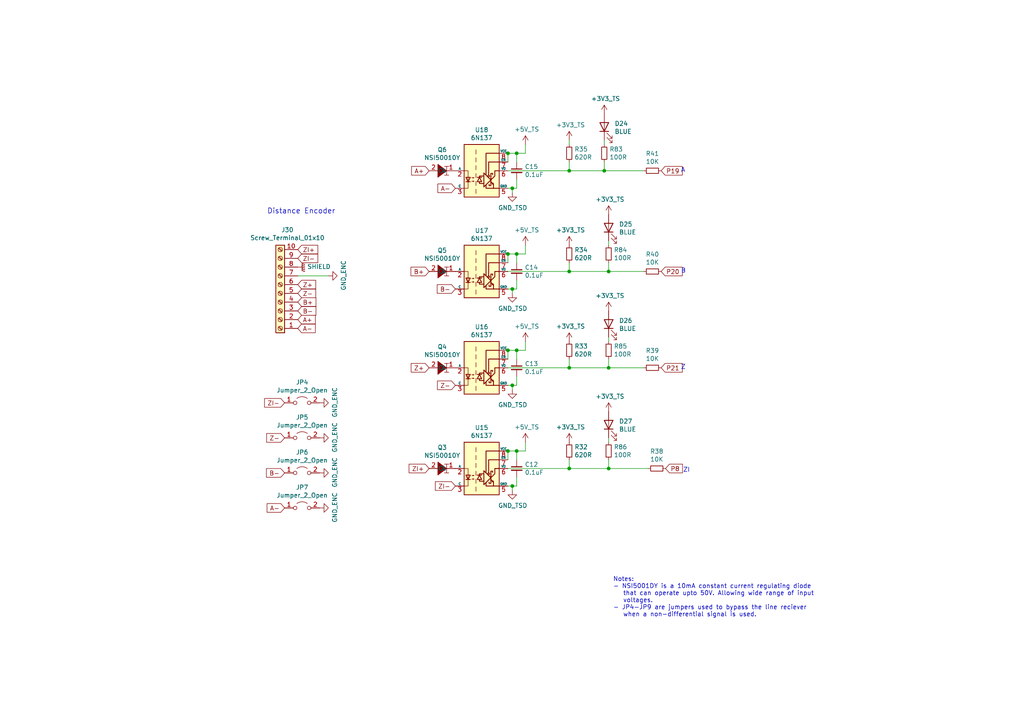
<source format=kicad_sch>
(kicad_sch (version 20211123) (generator eeschema)
  (paper "A4")
  (title_block (title "Tensile Board") (date "2021-02-23") (rev "1"))
  (lib_symbols
    (symbol "Connector:Screw_Terminal_01x10" (pin_names (offset 1.016) hide)
      (property "Reference" "J" (at 0 12.7 0))
      (property "Value" "Screw_Terminal_01x10" (at 0 -15.24 0))
      (symbol "Screw_Terminal_01x10_1_1"
        (rectangle (start -1.27 11.43) (end 1.27 -13.97) (stroke (width 0.254)) (fill (type background)))
        (circle (center 0 -12.7) (radius 0.635) (stroke (width 0.1524)))
        (circle (center 0 -10.16) (radius 0.635) (stroke (width 0.1524)))
        (circle (center 0 -7.62) (radius 0.635) (stroke (width 0.1524)))
        (circle (center 0 -5.08) (radius 0.635) (stroke (width 0.1524)))
        (circle (center 0 -2.54) (radius 0.635) (stroke (width 0.1524)))
        (polyline (pts (xy -0.5334 -12.3698) (xy 0.3302 -13.208)) (stroke (width 0.1524)))
        (polyline (pts (xy -0.5334 -9.8298) (xy 0.3302 -10.668)) (stroke (width 0.1524)))
        (polyline (pts (xy -0.5334 -7.2898) (xy 0.3302 -8.128)) (stroke (width 0.1524)))
        (polyline (pts (xy -0.5334 -4.7498) (xy 0.3302 -5.588)) (stroke (width 0.1524)))
        (polyline (pts (xy -0.5334 -2.2098) (xy 0.3302 -3.048)) (stroke (width 0.1524)))
        (polyline (pts (xy -0.5334 0.3302) (xy 0.3302 -0.508)) (stroke (width 0.1524)))
        (polyline (pts (xy -0.5334 2.8702) (xy 0.3302 2.032)) (stroke (width 0.1524)))
        (polyline (pts (xy -0.5334 5.4102) (xy 0.3302 4.572)) (stroke (width 0.1524)))
        (polyline (pts (xy -0.5334 7.9502) (xy 0.3302 7.112)) (stroke (width 0.1524)))
        (polyline (pts (xy -0.5334 10.4902) (xy 0.3302 9.652)) (stroke (width 0.1524)))
        (polyline (pts (xy -0.3556 -12.192) (xy 0.508 -13.0302)) (stroke (width 0.1524)))
        (polyline (pts (xy -0.3556 -9.652) (xy 0.508 -10.4902)) (stroke (width 0.1524)))
        (polyline (pts (xy -0.3556 -7.112) (xy 0.508 -7.9502)) (stroke (width 0.1524)))
        (polyline (pts (xy -0.3556 -4.572) (xy 0.508 -5.4102)) (stroke (width 0.1524)))
        (polyline (pts (xy -0.3556 -2.032) (xy 0.508 -2.8702)) (stroke (width 0.1524)))
        (polyline (pts (xy -0.3556 0.508) (xy 0.508 -0.3302)) (stroke (width 0.1524)))
        (polyline (pts (xy -0.3556 3.048) (xy 0.508 2.2098)) (stroke (width 0.1524)))
        (polyline (pts (xy -0.3556 5.588) (xy 0.508 4.7498)) (stroke (width 0.1524)))
        (polyline (pts (xy -0.3556 8.128) (xy 0.508 7.2898)) (stroke (width 0.1524)))
        (polyline (pts (xy -0.3556 10.668) (xy 0.508 9.8298)) (stroke (width 0.1524)))
        (circle (center 0 0) (radius 0.635) (stroke (width 0.1524)))
        (circle (center 0 2.54) (radius 0.635) (stroke (width 0.1524)))
        (circle (center 0 5.08) (radius 0.635) (stroke (width 0.1524)))
        (circle (center 0 7.62) (radius 0.635) (stroke (width 0.1524)))
        (circle (center 0 10.16) (radius 0.635) (stroke (width 0.1524)))
        (pin passive line (at -5.08 10.16 0) (length 3.81) (name "Pin_1") (number "1"))
        (pin passive line (at -5.08 -12.7 0) (length 3.81) (name "Pin_10") (number "10"))
        (pin passive line (at -5.08 7.62 0) (length 3.81) (name "Pin_2") (number "2"))
        (pin passive line (at -5.08 5.08 0) (length 3.81) (name "Pin_3") (number "3"))
        (pin passive line (at -5.08 2.54 0) (length 3.81) (name "Pin_4") (number "4"))
        (pin passive line (at -5.08 0 0) (length 3.81) (name "Pin_5") (number "5"))
        (pin passive line (at -5.08 -2.54 0) (length 3.81) (name "Pin_6") (number "6"))
        (pin passive line (at -5.08 -5.08 0) (length 3.81) (name "Pin_7") (number "7"))
        (pin passive line (at -5.08 -7.62 0) (length 3.81) (name "Pin_8") (number "8"))
        (pin passive line (at -5.08 -10.16 0) (length 3.81) (name "Pin_9") (number "9"))
      )
    )
    (symbol "Device:C_Small" (pin_numbers hide) (pin_names (offset 0.254) hide)
      (property "Reference" "C" (at 0.254 1.778 0))
      (property "Value" "C_Small" (at 0.254 -2.032 0))
      (symbol "C_Small_0_1"
        (polyline (pts (xy -1.524 -0.508) (xy 1.524 -0.508)) (stroke (width 0.3302)))
        (polyline (pts (xy -1.524 0.508) (xy 1.524 0.508)) (stroke (width 0.3048)))
      )
      (symbol "C_Small_1_1"
        (pin passive line (at 0 2.54 270) (length 2.032) (name "~") (number "1"))
        (pin passive line (at 0 -2.54 90) (length 2.032) (name "~") (number "2"))
      )
    )
    (symbol "Device:LED" (pin_numbers hide) (pin_names (offset 1.016) hide)
      (property "Reference" "D" (at 0 2.54 0))
      (property "Value" "LED" (at 0 -2.54 0))
      (symbol "LED_0_1"
        (polyline (pts (xy -1.27 -1.27) (xy -1.27 1.27)) (stroke (width 0.254)))
        (polyline (pts (xy -1.27 0) (xy 1.27 0)))
        (polyline (pts (xy 1.27 -1.27) (xy 1.27 1.27) (xy -1.27 0) (xy 1.27 -1.27)) (stroke (width 0.254)))
        (polyline (pts (xy -3.048 -0.762) (xy -4.572 -2.286) (xy -3.81 -2.286) (xy -4.572 -2.286) (xy -4.572 -1.524)))
        (polyline (pts (xy -1.778 -0.762) (xy -3.302 -2.286) (xy -2.54 -2.286) (xy -3.302 -2.286) (xy -3.302 -1.524)))
      )
      (symbol "LED_1_1"
        (pin passive line (at -3.81 0 0) (length 2.54) (name "K") (number "1"))
        (pin passive line (at 3.81 0 180) (length 2.54) (name "A") (number "2"))
      )
    )
    (symbol "Device:R_Small" (pin_numbers hide) (pin_names (offset 0.254) hide)
      (property "Reference" "R" (at 0.762 0.508 0))
      (property "Value" "R_Small" (at 0.762 -1.016 0))
      (symbol "R_Small_0_1"
        (rectangle (start -0.762 1.778) (end 0.762 -1.778) (stroke (width 0.2032)))
      )
      (symbol "R_Small_1_1"
        (pin passive line (at 0 2.54 270) (length 0.762) (name "~") (number "1"))
        (pin passive line (at 0 -2.54 90) (length 0.762) (name "~") (number "2"))
      )
    )
    (symbol "Isolator:6N137" (pin_names (offset 0))
      (property "Reference" "U" (at -4.064 8.89 0))
      (property "Value" "6N137" (at 0 -8.89 0))
      (symbol "6N137_0_1"
        (polyline (pts (xy 2.667 -3.556) (xy 2.667 -1.651)) (stroke (width 0.254)))
        (polyline (pts (xy 2.667 -2.159) (xy 2.667 -2.921)) (stroke (width 0.254)))
        (polyline (pts (xy 3.429 -3.937) (xy 3.429 -5.08)) (stroke (width 0.254)))
        (polyline (pts (xy -0.635 -3.302) (xy -0.635 -3.683) (xy 0.635 -3.683)) (stroke (width 0.254)))
        (polyline (pts (xy -0.635 -1.905) (xy -0.635 -1.524) (xy 0.508 -1.524)) (stroke (width 0.254)))
        (polyline (pts (xy 1.27 -4.064) (xy 1.27 -5.08) (xy 5.08 -5.08)) (stroke (width 0.254)))
        (polyline (pts (xy 1.27 -1.27) (xy 1.27 5.08) (xy 5.08 5.08)) (stroke (width 0.254)))
        (polyline (pts (xy 2.032 -1.27) (xy 2.032 2.54) (xy 5.08 2.54)) (stroke (width 0.254)))
        (polyline (pts (xy -5.08 -5.08) (xy -3.937 -5.08) (xy -3.937 0) (xy -5.08 0)))
        (polyline (pts (xy 2.667 -3.302) (xy 2.667 -4.318) (xy 2.159 -4.318) (xy 2.159 -3.937)) (stroke (width 0.254)))
        (polyline (pts (xy 2.667 -2.667) (xy 0.635 -4.699) (xy 0.635 -0.635) (xy 2.667 -2.667)) (stroke (width 0.254)))
        (polyline (pts (xy 2.667 -1.778) (xy 2.667 -0.762) (xy 3.175 -0.762) (xy 3.175 -1.143)) (stroke (width 0.254)))
        (polyline (pts (xy 2.794 -2.54) (xy 3.81 -1.524) (xy 3.81 0) (xy 5.08 0)) (stroke (width 0.254)))
        (polyline (pts (xy 2.667 -3.175) (xy 3.429 -3.937) (xy 3.302 -3.556) (xy 3.048 -3.81) (xy 3.429 -3.937)) (stroke (width 0.254)))
        (circle (center 2.032 -1.524) (radius 0.254) (stroke (width 0.254)))
      )
      (symbol "6N137_1_1"
        (rectangle (start -5.08 7.62) (end 5.08 -7.62) (stroke (width 0.254)) (fill (type background)))
        (polyline (pts (xy -4.572 -3.175) (xy -3.302 -3.175)) (stroke (width 0.254)))
        (polyline (pts (xy -1.651 -5.334) (xy -1.651 -6.604)))
        (polyline (pts (xy -1.651 -3.048) (xy -1.651 -4.318)))
        (polyline (pts (xy -1.651 -0.762) (xy -1.651 -2.032)))
        (polyline (pts (xy -1.651 1.524) (xy -1.651 0.254)))
        (polyline (pts (xy -1.651 3.81) (xy -1.651 2.54)))
        (polyline (pts (xy -1.651 6.096) (xy -1.651 4.826)))
        (polyline (pts (xy -1.27 -1.905) (xy 0 -1.905)) (stroke (width 0.254)))
        (polyline (pts (xy -3.937 -3.175) (xy -4.572 -1.905) (xy -3.302 -1.905) (xy -3.937 -3.175)) (stroke (width 0.254)))
        (polyline (pts (xy -0.635 -1.905) (xy -1.27 -3.175) (xy 0 -3.175) (xy -0.635 -1.905)) (stroke (width 0.254)))
        (polyline (pts (xy -2.921 -3.048) (xy -2.159 -3.048) (xy -2.54 -3.175) (xy -2.54 -2.921) (xy -2.159 -3.048)) (stroke (width 0.127)))
        (polyline (pts (xy -2.921 -2.032) (xy -2.159 -2.032) (xy -2.54 -2.159) (xy -2.54 -1.905) (xy -2.159 -2.032)) (stroke (width 0.127)))
        (pin no_connect line (at -5.08 5.08 0) (length 2.54) hide (name "NC") (number "1"))
        (pin passive line (at -7.62 0 0) (length 2.54) (name "A") (number "2"))
        (pin passive line (at -7.62 -5.08 0) (length 2.54) (name "C") (number "3"))
        (pin power_in line (at 7.62 -5.08 180) (length 2.54) (name "GND") (number "5"))
        (pin open_collector line (at 7.62 0 180) (length 2.54) (name "VO") (number "6"))
        (pin input line (at 7.62 2.54 180) (length 2.54) (name "EN") (number "7"))
        (pin power_in line (at 7.62 5.08 180) (length 2.54) (name "VCC") (number "8"))
      )
    )
    (symbol "Jumper:Jumper_2_Open" (pin_names (offset 0) hide)
      (property "Reference" "JP" (at 0 2.794 0))
      (property "Value" "Jumper_2_Open" (at 0 -2.286 0))
      (symbol "Jumper_2_Open_0_0"
        (circle (center -2.032 0) (radius 0.508))
        (circle (center 2.032 0) (radius 0.508))
      )
      (symbol "Jumper_2_Open_0_1"
        (arc (start 1.524 1.27) (mid 0 1.778) (end -1.524 1.27))
      )
      (symbol "Jumper_2_Open_1_1"
        (pin passive line (at -5.08 0 0) (length 2.54) (name "A") (number "1"))
        (pin passive line (at 5.08 0 180) (length 2.54) (name "B") (number "2"))
      )
    )
    (symbol "Tensile_Board:+3.3V_TS" (power) (pin_names (offset 0))
      (property "Value" "+3.3V_TS" (at 0 3.556 0))
      (symbol "+3.3V_TS_0_1"
        (polyline (pts (xy -0.762 1.27) (xy 0 2.54)))
        (polyline (pts (xy 0 0) (xy 0 2.54)))
        (polyline (pts (xy 0 2.54) (xy 0.762 1.27)))
      )
      (symbol "+3.3V_TS_1_1"
        (pin power_in line (at 0 0 90) (length 0) hide (name "+3V3_TS") (number "1"))
      )
    )
    (symbol "Tensile_Board:+5V_TS" (power) (pin_names (offset 0))
      (property "Value" "+5V_TS" (at 0 3.556 0))
      (symbol "+5V_TS_0_1"
        (polyline (pts (xy -0.762 1.27) (xy 0 2.54)))
        (polyline (pts (xy 0 0) (xy 0 2.54)))
        (polyline (pts (xy 0 2.54) (xy 0.762 1.27)))
      )
      (symbol "+5V_TS_1_1"
        (pin power_in line (at 0 0 90) (length 0) hide (name "+5V_TS") (number "1"))
      )
    )
    (symbol "Tensile_Board:GND_ENC" (power) (pin_names (offset 0))
      (property "Value" "GND_ENC" (at 0 -3.81 0))
      (symbol "GND_ENC_0_1"
        (polyline (pts (xy 0 0) (xy 0 -1.27) (xy 1.27 -1.27) (xy 0 -2.54) (xy -1.27 -1.27) (xy 0 -1.27)))
      )
      (symbol "GND_ENC_1_1"
        (pin power_in line (at 0 0 270) (length 0) hide (name "GND_ENC") (number "1"))
      )
    )
    (symbol "Tensile_Board:GND_TSD" (power) (pin_names (offset 0))
      (property "Value" "GND_TSD" (at 0 -3.81 0))
      (symbol "GND_TSD_0_1"
        (polyline (pts (xy 0 0) (xy 0 -1.27) (xy 1.27 -1.27) (xy 0 -2.54) (xy -1.27 -1.27) (xy 0 -1.27)))
      )
      (symbol "GND_TSD_1_1"
        (pin power_in line (at 0 0 270) (length 0) hide (name "GND_TSD") (number "1"))
      )
    )
    (symbol "Tensile_Board:NSI50010Y" (pin_names (offset 1.016))
      (property "Reference" "Q" (at 0.635 3.175 0))
      (property "Value" "NSI50010Y" (at 1.27 -3.175 0))
      (symbol "NSI50010Y_0_1"
        (polyline (pts (xy 1.905 1.27) (xy 3.175 1.27)))
        (polyline (pts (xy 2.54 1.27) (xy 2.54 -1.27) (xy 1.905 -1.27) (xy 3.175 -1.27)))
        (polyline (pts (xy 0 0) (xy 0 1.905) (xy 2.54 0) (xy 0 -1.905) (xy 0 0)) (fill (type outline)))
      )
      (symbol "NSI50010Y_1_1"
        (pin input line (at 5.08 0 180) (length 2.54) (name "C") (number "1"))
        (pin input line (at -2.54 0 0) (length 2.54) (name "A") (number "2"))
      )
    )
    (symbol "Tensile_Board:SHIELD" (power) (pin_names (offset 0))
      (property "Value" "SHIELD" (at 0 -3.302 0))
      (symbol "SHIELD_0_1"
        (polyline (pts (xy 0 -1.27) (xy 0 0)))
        (polyline (pts (xy -1.016 -1.27) (xy -1.27 -2.032) (xy -1.27 -2.032)) (stroke (width 0.2032)))
        (polyline (pts (xy -0.508 -1.27) (xy -0.762 -2.032) (xy -0.762 -2.032)) (stroke (width 0.2032)))
        (polyline (pts (xy 0 -1.27) (xy -0.254 -2.032) (xy -0.254 -2.032)) (stroke (width 0.2032)))
        (polyline (pts (xy 0.508 -1.27) (xy 0.254 -2.032) (xy 0.254 -2.032)) (stroke (width 0.2032)))
        (polyline (pts (xy 1.016 -1.27) (xy -1.016 -1.27) (xy -1.016 -1.27)) (stroke (width 0.2032)))
        (polyline (pts (xy 1.016 -1.27) (xy 0.762 -2.032) (xy 0.762 -2.032) (xy 0.762 -2.032)) (stroke (width 0.2032)))
      )
      (symbol "SHIELD_1_1"
        (pin power_in line (at 0 0 270) (length 0) hide (name "SHIELD") (number "1"))
      )
    )
  )
  (junction (at 165.1 135.89))
  (junction (at 147.32 73.66))
  (junction (at 176.53 78.74))
  (junction (at 165.1 106.68))
  (junction (at 147.32 101.6))
  (junction (at 165.1 49.53))
  (junction (at 149.86 130.81))
  (junction (at 175.26 49.53))
  (junction (at 149.86 101.6))
  (junction (at 176.53 135.89))
  (junction (at 148.59 54.61))
  (junction (at 147.32 44.45))
  (junction (at 176.53 106.68))
  (junction (at 148.59 83.82))
  (junction (at 147.32 130.81))
  (junction (at 148.59 111.76))
  (junction (at 165.1 78.74))
  (junction (at 149.86 44.45))
  (junction (at 148.59 140.97))
  (junction (at 149.86 73.66))
  (wire (pts (xy 165.1 135.89) (xy 165.1 133.35)))
  (wire (pts (xy 149.86 46.99) (xy 149.86 44.45)))
  (wire (pts (xy 147.32 111.76) (xy 148.59 111.76)))
  (wire (pts (xy 147.32 46.99) (xy 147.32 44.45)))
  (wire (pts (xy 148.59 54.61) (xy 149.86 54.61)))
  (wire (pts (xy 86.36 80.01) (xy 95.25 80.01)))
  (wire (pts (xy 147.32 78.74) (xy 165.1 78.74)))
  (wire (pts (xy 149.86 130.81) (xy 152.4 130.81)))
  (wire (pts (xy 152.4 73.66) (xy 152.4 71.12)))
  (wire (pts (xy 149.86 73.66) (xy 152.4 73.66)))
  (wire (pts (xy 176.53 78.74) (xy 186.69 78.74)))
  (wire (pts (xy 165.1 40.64) (xy 165.1 41.91)))
  (wire (pts (xy 148.59 140.97) (xy 148.59 142.24)))
  (wire (pts (xy 165.1 78.74) (xy 165.1 76.2)))
  (wire (pts (xy 147.32 135.89) (xy 165.1 135.89)))
  (wire (pts (xy 149.86 133.35) (xy 149.86 130.81)))
  (wire (pts (xy 149.86 83.82) (xy 149.86 81.28)))
  (wire (pts (xy 176.53 76.2) (xy 176.53 78.74)))
  (wire (pts (xy 147.32 130.81) (xy 149.86 130.81)))
  (wire (pts (xy 176.53 69.85) (xy 176.53 71.12)))
  (wire (pts (xy 165.1 49.53) (xy 165.1 46.99)))
  (wire (pts (xy 148.59 83.82) (xy 149.86 83.82)))
  (wire (pts (xy 147.32 140.97) (xy 148.59 140.97)))
  (wire (pts (xy 176.53 127) (xy 176.53 128.27)))
  (wire (pts (xy 176.53 106.68) (xy 186.69 106.68)))
  (wire (pts (xy 149.86 111.76) (xy 149.86 109.22)))
  (wire (pts (xy 147.32 83.82) (xy 148.59 83.82)))
  (wire (pts (xy 165.1 106.68) (xy 176.53 106.68)))
  (wire (pts (xy 176.53 135.89) (xy 176.53 133.35)))
  (wire (pts (xy 152.4 130.81) (xy 152.4 128.27)))
  (wire (pts (xy 152.4 101.6) (xy 152.4 99.06)))
  (wire (pts (xy 175.26 49.53) (xy 186.69 49.53)))
  (wire (pts (xy 149.86 140.97) (xy 149.86 138.43)))
  (wire (pts (xy 148.59 140.97) (xy 149.86 140.97)))
  (wire (pts (xy 175.26 40.64) (xy 175.26 41.91)))
  (wire (pts (xy 149.86 54.61) (xy 149.86 52.07)))
  (wire (pts (xy 149.86 44.45) (xy 152.4 44.45)))
  (wire (pts (xy 147.32 49.53) (xy 165.1 49.53)))
  (wire (pts (xy 147.32 73.66) (xy 149.86 73.66)))
  (wire (pts (xy 176.53 135.89) (xy 187.96 135.89)))
  (wire (pts (xy 147.32 44.45) (xy 149.86 44.45)))
  (wire (pts (xy 147.32 101.6) (xy 149.86 101.6)))
  (wire (pts (xy 147.32 104.14) (xy 147.32 101.6)))
  (wire (pts (xy 165.1 78.74) (xy 176.53 78.74)))
  (wire (pts (xy 147.32 106.68) (xy 165.1 106.68)))
  (wire (pts (xy 149.86 101.6) (xy 152.4 101.6)))
  (wire (pts (xy 147.32 133.35) (xy 147.32 130.81)))
  (wire (pts (xy 149.86 76.2) (xy 149.86 73.66)))
  (wire (pts (xy 165.1 49.53) (xy 175.26 49.53)))
  (wire (pts (xy 175.26 49.53) (xy 175.26 46.99)))
  (wire (pts (xy 148.59 54.61) (xy 148.59 55.88)))
  (wire (pts (xy 149.86 104.14) (xy 149.86 101.6)))
  (wire (pts (xy 148.59 111.76) (xy 148.59 113.03)))
  (wire (pts (xy 148.59 83.82) (xy 148.59 85.09)))
  (wire (pts (xy 165.1 135.89) (xy 176.53 135.89)))
  (wire (pts (xy 148.59 111.76) (xy 149.86 111.76)))
  (wire (pts (xy 152.4 44.45) (xy 152.4 41.91)))
  (wire (pts (xy 176.53 106.68) (xy 176.53 104.14)))
  (wire (pts (xy 147.32 54.61) (xy 148.59 54.61)))
  (wire (pts (xy 165.1 106.68) (xy 165.1 104.14)))
  (wire (pts (xy 176.53 97.79) (xy 176.53 99.06)))
  (wire (pts (xy 147.32 76.2) (xy 147.32 73.66)))
  (text "ZI" (at 198.12 137.16 0) (effects (font (size 1.27 1.27)) (justify left bottom)))
  (text "Z" (at 197.485 107.315 0) (effects (font (size 1.27 1.27)) (justify left bottom)))
  (text "B" (at 197.485 79.375 0) (effects (font (size 1.27 1.27)) (justify left bottom)))
  (text "Notes:\n- NSI5001DY is a 10mA constant current regulating diode\n   that can operate upto 50V. Allowing wide range of input\n   voltages.\n- JP4-JP9 are jumpers used to bypass the line reciever\n   when a non-differential signal is used." (at 177.8 179.07 0) (effects (font (size 1.27 1.27)) (justify left bottom)))
  (text "A" (at 197.485 50.165 0) (effects (font (size 1.27 1.27)) (justify left bottom)))
  (text "Distance Encoder" (at 77.47 62.23 0) (effects (font (size 1.4986 1.4986)) (justify left bottom)))
  (global_label "B-" (shape input) (at 86.36 90.17 0) (property "Intersheet References" "${INTERSHEET_REFS}" (effects hide)))
  (global_label "ZI-" (shape input) (at 86.36 74.93 0) (property "Intersheet References" "${INTERSHEET_REFS}" (effects hide)))
  (global_label "B+" (shape input) (at 86.36 87.63 0) (property "Intersheet References" "${INTERSHEET_REFS}" (effects hide)))
  (global_label "Z+" (shape input) (at 86.36 82.55 0) (property "Intersheet References" "${INTERSHEET_REFS}" (effects hide)))
  (global_label "A-" (shape input) (at 86.36 95.25 0) (property "Intersheet References" "${INTERSHEET_REFS}" (effects hide)))
  (global_label "P20" (shape input) (at 191.77 78.74 0) (property "Intersheet References" "${INTERSHEET_REFS}" (effects hide)))
  (global_label "A-" (shape input) (at 132.08 54.61 180) (property "Intersheet References" "${INTERSHEET_REFS}" (effects hide)))
  (global_label "A-" (shape input) (at 82.55 147.32 180) (property "Intersheet References" "${INTERSHEET_REFS}" (effects hide)))
  (global_label "Z-" (shape input) (at 82.55 127 180) (property "Intersheet References" "${INTERSHEET_REFS}" (effects hide)))
  (global_label "ZI+" (shape input) (at 124.46 135.89 180) (property "Intersheet References" "${INTERSHEET_REFS}" (effects hide)))
  (global_label "Z-" (shape input) (at 132.08 111.76 180) (property "Intersheet References" "${INTERSHEET_REFS}" (effects hide)))
  (global_label "Z+" (shape input) (at 124.46 106.68 180) (property "Intersheet References" "${INTERSHEET_REFS}" (effects hide)))
  (global_label "P21" (shape input) (at 191.77 106.68 0) (property "Intersheet References" "${INTERSHEET_REFS}" (effects hide)))
  (global_label "P8" (shape input) (at 193.04 135.89 0) (property "Intersheet References" "${INTERSHEET_REFS}" (effects hide)))
  (global_label "A+" (shape input) (at 124.46 49.53 180) (property "Intersheet References" "${INTERSHEET_REFS}" (effects hide)))
  (global_label "Z-" (shape input) (at 86.36 85.09 0) (property "Intersheet References" "${INTERSHEET_REFS}" (effects hide)))
  (global_label "B-" (shape input) (at 82.55 137.16 180) (property "Intersheet References" "${INTERSHEET_REFS}" (effects hide)))
  (global_label "ZI-" (shape input) (at 132.08 140.97 180) (property "Intersheet References" "${INTERSHEET_REFS}" (effects hide)))
  (global_label "B-" (shape input) (at 132.08 83.82 180) (property "Intersheet References" "${INTERSHEET_REFS}" (effects hide)))
  (global_label "A+" (shape input) (at 86.36 92.71 0) (property "Intersheet References" "${INTERSHEET_REFS}" (effects hide)))
  (global_label "ZI+" (shape input) (at 86.36 72.39 0) (property "Intersheet References" "${INTERSHEET_REFS}" (effects hide)))
  (global_label "ZI-" (shape input) (at 82.55 116.84 180) (property "Intersheet References" "${INTERSHEET_REFS}" (effects hide)))
  (global_label "P19" (shape input) (at 191.77 49.53 0) (property "Intersheet References" "${INTERSHEET_REFS}" (effects hide)))
  (global_label "B+" (shape input) (at 124.46 78.74 180) (property "Intersheet References" "${INTERSHEET_REFS}" (effects hide)))
  (symbol (lib_id "Isolator:6N137") (at 139.7 78.74 0) (unit 1)
    (property "Reference" "U17" (at 139.7 66.8782 0))
    (property "Value" "6N137" (at 139.7 69.1896 0))
    (property "Footprint" "Package_SO:SOP-8_6.62x9.15mm_P2.54mm" (effects hide))
    (property "Datasheet" "https://docs.broadcom.com/docs/AV02-0940EN" (effects hide))
    (property "LCSC" "C110020" (effects hide))
    (property "Type" "BASIC" (effects hide))
  )
  (symbol (lib_id "Device:R_Small") (at 165.1 73.66 0) (unit 1)
    (property "Reference" "R34" (at 166.5986 72.4916 0) (effects (justify left)))
    (property "Value" "620R" (at 166.5986 74.803 0) (effects (justify left)))
    (property "Footprint" "Resistor_SMD:R_0603_1608Metric" (effects hide))
    (property "Datasheet" "https://datasheet.lcsc.com/szlcsc/Uniroyal-Elec-0603WAF3300T5E_C23138.pdf" (effects hide))
    (property "LCSC" "C23138" (effects hide))
    (property "Type" "BASIC" (effects hide))
  )
  (symbol (lib_id "Device:C_Small") (at 149.86 78.74 0) (unit 1)
    (property "Reference" "C14" (at 152.1968 77.5716 0) (effects (justify left)))
    (property "Value" "0.1uF" (at 152.1968 79.883 0) (effects (justify left)))
    (property "Footprint" "Capacitor_SMD:C_0603_1608Metric" (effects hide))
    (property "Datasheet" "https://datasheet.lcsc.com/szlcsc/YAGEO-CC0603KRX7R9BB104_C14663.pdf" (effects hide))
    (property "LCSC" "C14663" (effects hide))
    (property "Type" "BASIC" (effects hide))
  )
  (symbol (lib_id "Device:R_Small") (at 189.23 78.74 270) (unit 1)
    (property "Reference" "R40" (at 189.23 73.7616 90))
    (property "Value" "10K" (at 189.23 76.073 90))
    (property "Footprint" "Resistor_SMD:R_0603_1608Metric" (effects hide))
    (property "Datasheet" "https://datasheet.lcsc.com/szlcsc/Uniroyal-Elec-0603WAF1002T5E_C25804.pdf" (effects hide))
    (property "LCSC" "C25804" (effects hide))
    (property "Type" "BASIC" (effects hide))
  )
  (symbol (lib_id "Device:R_Small") (at 189.23 49.53 270) (unit 1)
    (property "Reference" "R41" (at 189.23 44.5516 90))
    (property "Value" "10K" (at 189.23 46.863 90))
    (property "Footprint" "Resistor_SMD:R_0603_1608Metric" (effects hide))
    (property "Datasheet" "https://datasheet.lcsc.com/szlcsc/Uniroyal-Elec-0603WAF1002T5E_C25804.pdf" (effects hide))
    (property "LCSC" "C25804" (effects hide))
    (property "Type" "BASIC" (effects hide))
  )
  (symbol (lib_id "Device:C_Small") (at 149.86 49.53 0) (unit 1)
    (property "Reference" "C15" (at 152.1968 48.3616 0) (effects (justify left)))
    (property "Value" "0.1uF" (at 152.1968 50.673 0) (effects (justify left)))
    (property "Footprint" "Capacitor_SMD:C_0603_1608Metric" (effects hide))
    (property "Datasheet" "https://datasheet.lcsc.com/szlcsc/YAGEO-CC0603KRX7R9BB104_C14663.pdf" (effects hide))
    (property "LCSC" "C14663" (effects hide))
    (property "Type" "BASIC" (effects hide))
  )
  (symbol (lib_id "Device:R_Small") (at 165.1 44.45 0) (unit 1)
    (property "Reference" "R35" (at 166.5986 43.2816 0) (effects (justify left)))
    (property "Value" "620R" (at 166.5986 45.593 0) (effects (justify left)))
    (property "Footprint" "Resistor_SMD:R_0603_1608Metric" (effects hide))
    (property "Datasheet" "https://datasheet.lcsc.com/szlcsc/Uniroyal-Elec-0603WAF3300T5E_C23138.pdf" (effects hide))
    (property "LCSC" "C23138" (effects hide))
    (property "Type" "BASIC" (effects hide))
  )
  (symbol (lib_id "Isolator:6N137") (at 139.7 49.53 0) (unit 1)
    (property "Reference" "U18" (at 139.7 37.6682 0))
    (property "Value" "6N137" (at 139.7 39.9796 0))
    (property "Footprint" "Package_SO:SOP-8_6.62x9.15mm_P2.54mm" (effects hide))
    (property "Datasheet" "https://docs.broadcom.com/docs/AV02-0940EN" (effects hide))
    (property "LCSC" "C110020" (effects hide))
    (property "Type" "BASIC" (effects hide))
  )
  (symbol (lib_id "Device:R_Small") (at 189.23 106.68 270)
    (property "Reference" "R39" (at 189.23 101.7016 90))
    (property "Value" "10K" (at 189.23 104.013 90))
    (property "Footprint" "Resistor_SMD:R_0603_1608Metric" (effects hide))
    (property "Datasheet" "https://datasheet.lcsc.com/szlcsc/Uniroyal-Elec-0603WAF1002T5E_C25804.pdf" (effects hide))
    (property "LCSC" "C25804" (effects hide))
    (property "Type" "BASIC" (effects hide))
  )
  (symbol (lib_id "Device:C_Small") (at 149.86 106.68 0)
    (property "Reference" "C13" (at 152.1968 105.5116 0) (effects (justify left)))
    (property "Value" "0.1uF" (at 152.1968 107.823 0) (effects (justify left)))
    (property "Footprint" "Capacitor_SMD:C_0603_1608Metric" (effects hide))
    (property "Datasheet" "https://datasheet.lcsc.com/szlcsc/YAGEO-CC0603KRX7R9BB104_C14663.pdf" (effects hide))
    (property "LCSC" "C14663" (effects hide))
    (property "Type" "BASIC" (effects hide))
  )
  (symbol (lib_id "Device:R_Small") (at 165.1 101.6 0)
    (property "Reference" "R33" (at 166.5986 100.4316 0) (effects (justify left)))
    (property "Value" "620R" (at 166.5986 102.743 0) (effects (justify left)))
    (property "Footprint" "Resistor_SMD:R_0603_1608Metric" (effects hide))
    (property "Datasheet" "https://datasheet.lcsc.com/szlcsc/Uniroyal-Elec-0603WAF3300T5E_C23138.pdf" (effects hide))
    (property "LCSC" "C23138" (effects hide))
    (property "Type" "BASIC" (effects hide))
  )
  (symbol (lib_id "Isolator:6N137") (at 139.7 106.68 0)
    (property "Reference" "U16" (at 139.7 94.8182 0))
    (property "Value" "6N137" (at 139.7 97.1296 0))
    (property "Footprint" "Package_SO:SOP-8_6.62x9.15mm_P2.54mm" (effects hide))
    (property "Datasheet" "https://docs.broadcom.com/docs/AV02-0940EN" (effects hide))
    (property "LCSC" "C110020" (effects hide))
    (property "Type" "BASIC" (effects hide))
  )
  (symbol (lib_id "Tensile_Board:SHIELD") (at 86.36 77.47 90) (unit 1)
    (property "Reference" "#PWR0162" (effects hide))
    (property "Value" "SHIELD" (at 89.1032 77.343 90) (effects (justify right)))
  )
  (symbol (lib_id "Tensile_Board:GND_TSD") (at 148.59 55.88 0) (unit 1)
    (property "Reference" "#PWR052" (effects hide))
    (property "Value" "GND_TSD" (at 148.717 60.2742 0))
  )
  (symbol (lib_id "Tensile_Board:GND_TSD") (at 148.59 85.09 0) (unit 1)
    (property "Reference" "#PWR050" (effects hide))
    (property "Value" "GND_TSD" (at 148.717 89.4842 0))
  )
  (symbol (lib_id "Tensile_Board:GND_TSD") (at 148.59 113.03 0) (unit 1)
    (property "Reference" "#PWR048" (effects hide))
    (property "Value" "GND_TSD" (at 148.717 117.4242 0))
  )
  (symbol (lib_id "Tensile_Board:+5V_TS") (at 152.4 41.91 0) (unit 1)
    (property "Reference" "#PWR056" (effects hide))
    (property "Value" "+5V_TS" (at 152.781 37.5158 0))
  )
  (symbol (lib_id "Tensile_Board:+3.3V_TS") (at 165.1 40.64 0) (unit 1)
    (property "Reference" "#PWR062" (effects hide))
    (property "Value" "+3.3V_TS" (at 165.481 36.2458 0))
  )
  (symbol (lib_id "Tensile_Board:+5V_TS") (at 152.4 99.06 0) (unit 1)
    (property "Reference" "#PWR054" (effects hide))
    (property "Value" "+5V_TS" (at 152.781 94.6658 0))
  )
  (symbol (lib_id "Tensile_Board:+3.3V_TS") (at 165.1 71.12 0) (unit 1)
    (property "Reference" "#PWR061" (effects hide))
    (property "Value" "+3.3V_TS" (at 165.481 66.7258 0))
  )
  (symbol (lib_id "Tensile_Board:+3.3V_TS") (at 165.1 99.06 0) (unit 1)
    (property "Reference" "#PWR060" (effects hide))
    (property "Value" "+3.3V_TS" (at 165.481 94.6658 0))
  )
  (symbol (lib_id "Tensile_Board:+5V_TS") (at 152.4 71.12 0) (unit 1)
    (property "Reference" "#PWR055" (effects hide))
    (property "Value" "+5V_TS" (at 152.781 66.7258 0))
  )
  (symbol (lib_id "Tensile_Board:NSI50010Y") (at 127 49.53 0) (unit 1)
    (property "Reference" "Q6" (at 128.27 43.434 0))
    (property "Value" "NSI50010Y" (at 128.27 45.7454 0))
    (property "Footprint" "Diode_SMD:D_SOD-123" (effects hide))
    (property "Datasheet" "https://datasheet.lcsc.com/szlcsc/ON-Semicon-ON-NSI50010YT1G_C150049.pdf" (effects hide))
    (property "LCSC" "C150049" (effects hide))
    (property "Type" "EXT" (effects hide))
  )
  (symbol (lib_id "Tensile_Board:NSI50010Y") (at 127 78.74 0) (unit 1)
    (property "Reference" "Q5" (at 128.27 72.644 0))
    (property "Value" "NSI50010Y" (at 128.27 74.9554 0))
    (property "Footprint" "Diode_SMD:D_SOD-123" (effects hide))
    (property "Datasheet" "https://datasheet.lcsc.com/szlcsc/ON-Semicon-ON-NSI50010YT1G_C150049.pdf" (effects hide))
    (property "LCSC" "C150049" (effects hide))
    (property "Type" "EXT" (effects hide))
  )
  (symbol (lib_id "Tensile_Board:NSI50010Y") (at 127 106.68 0) (unit 1)
    (property "Reference" "Q4" (at 128.27 100.584 0))
    (property "Value" "NSI50010Y" (at 128.27 102.8954 0))
    (property "Footprint" "Diode_SMD:D_SOD-123" (effects hide))
    (property "Datasheet" "https://datasheet.lcsc.com/szlcsc/ON-Semicon-ON-NSI50010YT1G_C150049.pdf" (effects hide))
    (property "LCSC" "C150049" (effects hide))
    (property "Type" "EXT" (effects hide))
  )
  (symbol (lib_id "Device:R_Small") (at 190.5 135.89 270) (unit 1)
    (property "Reference" "R38" (at 190.5 130.9116 90))
    (property "Value" "10K" (at 190.5 133.223 90))
    (property "Footprint" "Resistor_SMD:R_0603_1608Metric" (effects hide))
    (property "Datasheet" "https://datasheet.lcsc.com/szlcsc/Uniroyal-Elec-0603WAF1002T5E_C25804.pdf" (effects hide))
    (property "LCSC" "C25804" (effects hide))
    (property "Type" "BASIC" (effects hide))
  )
  (symbol (lib_id "Device:C_Small") (at 149.86 135.89 0) (unit 1)
    (property "Reference" "C12" (at 152.1968 134.7216 0) (effects (justify left)))
    (property "Value" "0.1uF" (at 152.1968 137.033 0) (effects (justify left)))
    (property "Footprint" "Capacitor_SMD:C_0603_1608Metric" (effects hide))
    (property "Datasheet" "https://datasheet.lcsc.com/szlcsc/YAGEO-CC0603KRX7R9BB104_C14663.pdf" (effects hide))
    (property "LCSC" "C14663" (effects hide))
    (property "Type" "BASIC" (effects hide))
  )
  (symbol (lib_id "Device:R_Small") (at 165.1 130.81 0) (unit 1)
    (property "Reference" "R32" (at 166.5986 129.6416 0) (effects (justify left)))
    (property "Value" "620R" (at 166.5986 131.953 0) (effects (justify left)))
    (property "Footprint" "Resistor_SMD:R_0603_1608Metric" (effects hide))
    (property "Datasheet" "https://datasheet.lcsc.com/szlcsc/Uniroyal-Elec-0603WAF3300T5E_C23138.pdf" (effects hide))
    (property "LCSC" "C23138" (effects hide))
    (property "Type" "BASIC" (effects hide))
  )
  (symbol (lib_id "Isolator:6N137") (at 139.7 135.89 0) (unit 1)
    (property "Reference" "U15" (at 139.7 124.0282 0))
    (property "Value" "6N137" (at 139.7 126.3396 0))
    (property "Footprint" "Package_SO:SOP-8_6.62x9.15mm_P2.54mm" (effects hide))
    (property "Datasheet" "https://docs.broadcom.com/docs/AV02-0940EN" (effects hide))
    (property "LCSC" "C110020" (effects hide))
    (property "Type" "BASIC" (effects hide))
  )
  (symbol (lib_id "Tensile_Board:GND_TSD") (at 148.59 142.24 0) (unit 1)
    (property "Reference" "#PWR047" (effects hide))
    (property "Value" "GND_TSD" (at 148.717 146.6342 0))
  )
  (symbol (lib_id "Tensile_Board:+5V_TS") (at 152.4 128.27 0) (unit 1)
    (property "Reference" "#PWR053" (effects hide))
    (property "Value" "+5V_TS" (at 152.781 123.8758 0))
  )
  (symbol (lib_id "Tensile_Board:+3.3V_TS") (at 165.1 128.27 0) (unit 1)
    (property "Reference" "#PWR059" (effects hide))
    (property "Value" "+3.3V_TS" (at 165.481 123.8758 0))
  )
  (symbol (lib_id "Tensile_Board:NSI50010Y") (at 127 135.89 0) (unit 1)
    (property "Reference" "Q3" (at 128.27 129.794 0))
    (property "Value" "NSI50010Y" (at 128.27 132.1054 0))
    (property "Footprint" "Diode_SMD:D_SOD-123" (effects hide))
    (property "Datasheet" "https://datasheet.lcsc.com/szlcsc/ON-Semicon-ON-NSI50010YT1G_C150049.pdf" (effects hide))
    (property "LCSC" "C150049" (effects hide))
    (property "Type" "EXT" (effects hide))
  )
  (symbol (lib_id "Connector:Screw_Terminal_01x10") (at 81.28 85.09 180) (unit 1)
    (property "Reference" "J30" (at 83.3628 66.675 0))
    (property "Value" "Screw_Terminal_01x10" (at 83.3628 68.9864 0))
    (property "Footprint" "TerminalBlock_4Ucon:TerminalBlock_4Ucon_1x10_P3.50mm_Vertical" (effects hide))
    (property "Type" "NA" (effects hide))
  )
  (symbol (lib_id "Tensile_Board:GND_ENC") (at 95.25 80.01 90) (unit 1)
    (property "Reference" "#PWR038" (effects hide))
    (property "Value" "GND_ENC" (at 99.6442 79.883 0))
  )
  (symbol (lib_id "Device:LED") (at 175.26 36.83 90) (unit 1)
    (property "Reference" "D24" (at 178.2572 35.8394 90) (effects (justify right)))
    (property "Value" "BLUE" (at 178.2572 38.1508 90) (effects (justify right)))
    (property "Footprint" "LED_SMD:LED_0603_1608Metric" (effects hide))
    (property "Datasheet" "https://datasheet.lcsc.com/szlcsc/Everlight-Elec-19-217-BHC-ZL1M2RY-3T_C72041.pdf" (effects hide))
    (property "LCSC" "C72041" (effects hide))
    (property "Type" "BASIC" (effects hide))
  )
  (symbol (lib_id "Tensile_Board:+3.3V_TS") (at 175.26 33.02 0) (unit 1)
    (property "Reference" "#PWR0250" (effects hide))
    (property "Value" "+3.3V_TS" (at 175.641 28.6258 0))
  )
  (symbol (lib_id "Device:R_Small") (at 175.26 44.45 0) (unit 1)
    (property "Reference" "R83" (at 176.7586 43.2816 0) (effects (justify left)))
    (property "Value" "100R" (at 176.7586 45.593 0) (effects (justify left)))
    (property "Footprint" "Resistor_SMD:R_0603_1608Metric" (effects hide))
    (property "Datasheet" "https://datasheet.lcsc.com/szlcsc/Uniroyal-Elec-0603WAF3300T5E_C23138.pdf" (effects hide))
    (property "LCSC" "C22775" (effects hide))
    (property "Type" "BASIC" (effects hide))
  )
  (symbol (lib_id "Device:R_Small") (at 176.53 73.66 0) (unit 1)
    (property "Reference" "R84" (at 178.0286 72.4916 0) (effects (justify left)))
    (property "Value" "100R" (at 178.0286 74.803 0) (effects (justify left)))
    (property "Footprint" "Resistor_SMD:R_0603_1608Metric" (effects hide))
    (property "Datasheet" "https://datasheet.lcsc.com/szlcsc/Uniroyal-Elec-0603WAF3300T5E_C23138.pdf" (effects hide))
    (property "LCSC" "C22775" (effects hide))
    (property "Type" "BASIC" (effects hide))
  )
  (symbol (lib_id "Device:LED") (at 176.53 66.04 90) (unit 1)
    (property "Reference" "D25" (at 179.5272 65.0494 90) (effects (justify right)))
    (property "Value" "BLUE" (at 179.5272 67.3608 90) (effects (justify right)))
    (property "Footprint" "LED_SMD:LED_0603_1608Metric" (effects hide))
    (property "Datasheet" "https://datasheet.lcsc.com/szlcsc/Everlight-Elec-19-217-BHC-ZL1M2RY-3T_C72041.pdf" (effects hide))
    (property "LCSC" "C72041" (effects hide))
    (property "Type" "BASIC" (effects hide))
  )
  (symbol (lib_id "Tensile_Board:+3.3V_TS") (at 176.53 62.23 0) (unit 1)
    (property "Reference" "#PWR0251" (effects hide))
    (property "Value" "+3.3V_TS" (at 176.911 57.8358 0))
  )
  (symbol (lib_id "Device:R_Small") (at 176.53 101.6 0) (unit 1)
    (property "Reference" "R85" (at 178.0286 100.4316 0) (effects (justify left)))
    (property "Value" "100R" (at 178.0286 102.743 0) (effects (justify left)))
    (property "Footprint" "Resistor_SMD:R_0603_1608Metric" (effects hide))
    (property "Datasheet" "https://datasheet.lcsc.com/szlcsc/Uniroyal-Elec-0603WAF3300T5E_C23138.pdf" (effects hide))
    (property "LCSC" "C22775" (effects hide))
    (property "Type" "BASIC" (effects hide))
  )
  (symbol (lib_id "Device:LED") (at 176.53 93.98 90) (unit 1)
    (property "Reference" "D26" (at 179.5272 92.9894 90) (effects (justify right)))
    (property "Value" "BLUE" (at 179.5272 95.3008 90) (effects (justify right)))
    (property "Footprint" "LED_SMD:LED_0603_1608Metric" (effects hide))
    (property "Datasheet" "https://datasheet.lcsc.com/szlcsc/Everlight-Elec-19-217-BHC-ZL1M2RY-3T_C72041.pdf" (effects hide))
    (property "LCSC" "C72041" (effects hide))
    (property "Type" "BASIC" (effects hide))
  )
  (symbol (lib_id "Tensile_Board:+3.3V_TS") (at 176.53 90.17 0) (unit 1)
    (property "Reference" "#PWR0252" (effects hide))
    (property "Value" "+3.3V_TS" (at 176.911 85.7758 0))
  )
  (symbol (lib_id "Device:R_Small") (at 176.53 130.81 0) (unit 1)
    (property "Reference" "R86" (at 178.0286 129.6416 0) (effects (justify left)))
    (property "Value" "100R" (at 178.0286 131.953 0) (effects (justify left)))
    (property "Footprint" "Resistor_SMD:R_0603_1608Metric" (effects hide))
    (property "Datasheet" "https://datasheet.lcsc.com/szlcsc/Uniroyal-Elec-0603WAF3300T5E_C23138.pdf" (effects hide))
    (property "LCSC" "C22775" (effects hide))
    (property "Type" "BASIC" (effects hide))
  )
  (symbol (lib_id "Device:LED") (at 176.53 123.19 90) (unit 1)
    (property "Reference" "D27" (at 179.5272 122.1994 90) (effects (justify right)))
    (property "Value" "BLUE" (at 179.5272 124.5108 90) (effects (justify right)))
    (property "Footprint" "LED_SMD:LED_0603_1608Metric" (effects hide))
    (property "Datasheet" "https://datasheet.lcsc.com/szlcsc/Everlight-Elec-19-217-BHC-ZL1M2RY-3T_C72041.pdf" (effects hide))
    (property "LCSC" "C72041" (effects hide))
    (property "Type" "BASIC" (effects hide))
  )
  (symbol (lib_id "Tensile_Board:+3.3V_TS") (at 176.53 119.38 0) (unit 1)
    (property "Reference" "#PWR0253" (effects hide))
    (property "Value" "+3.3V_TS" (at 176.911 114.9858 0))
  )
  (symbol (lib_id "Jumper:Jumper_2_Open") (at 87.63 116.84 0) (unit 1)
    (property "Reference" "JP4" (at 87.63 110.871 0))
    (property "Value" "Jumper_2_Open" (at 87.63 113.1824 0))
    (property "Footprint" "Connector_PinHeader_2.54mm:PinHeader_1x02_P2.54mm_Vertical" (effects hide))
    (property "Type" "NA" (effects hide))
  )
  (symbol (lib_id "Jumper:Jumper_2_Open") (at 87.63 127 0) (unit 1)
    (property "Reference" "JP5" (at 87.63 121.031 0))
    (property "Value" "Jumper_2_Open" (at 87.63 123.3424 0))
    (property "Footprint" "Connector_PinHeader_2.54mm:PinHeader_1x02_P2.54mm_Vertical" (effects hide))
    (property "Type" "NA" (effects hide))
  )
  (symbol (lib_id "Jumper:Jumper_2_Open") (at 87.63 137.16 0) (unit 1)
    (property "Reference" "JP6" (at 87.63 131.191 0))
    (property "Value" "Jumper_2_Open" (at 87.63 133.5024 0))
    (property "Footprint" "Connector_PinHeader_2.54mm:PinHeader_1x02_P2.54mm_Vertical" (effects hide))
    (property "Type" "NA" (effects hide))
  )
  (symbol (lib_id "Jumper:Jumper_2_Open") (at 87.63 147.32 0) (unit 1)
    (property "Reference" "JP7" (at 87.63 141.351 0))
    (property "Value" "Jumper_2_Open" (at 87.63 143.6624 0))
    (property "Footprint" "Connector_PinHeader_2.54mm:PinHeader_1x02_P2.54mm_Vertical" (effects hide))
    (property "Type" "NA" (effects hide))
  )
  (symbol (lib_id "Tensile_Board:GND_ENC") (at 92.71 116.84 90) (unit 1)
    (property "Reference" "#PWR0254" (effects hide))
    (property "Value" "GND_ENC" (at 97.1042 116.713 0))
  )
  (symbol (lib_id "Tensile_Board:GND_ENC") (at 92.71 127 90) (unit 1)
    (property "Reference" "#PWR0255" (effects hide))
    (property "Value" "GND_ENC" (at 97.1042 126.873 0))
  )
  (symbol (lib_id "Tensile_Board:GND_ENC") (at 92.71 137.16 90) (unit 1)
    (property "Reference" "#PWR0256" (effects hide))
    (property "Value" "GND_ENC" (at 97.1042 137.033 0))
  )
  (symbol (lib_id "Tensile_Board:GND_ENC") (at 92.71 147.32 90) (unit 1)
    (property "Reference" "#PWR0257" (effects hide))
    (property "Value" "GND_ENC" (at 97.1042 147.193 0))
  )
)
</source>
